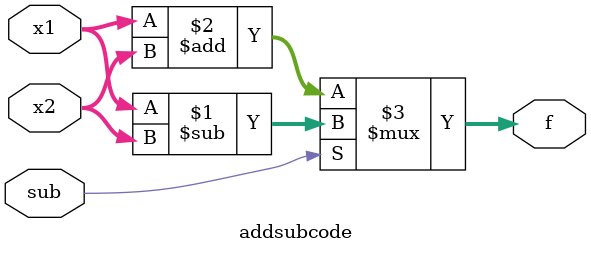
<source format=v>
`timescale 1ns/1ns
module addsubcode(input [15:0]x1,x2,input sub,output[15:0]f);
assign f = sub ? x1-x2:x1+x2;
endmodule
</source>
